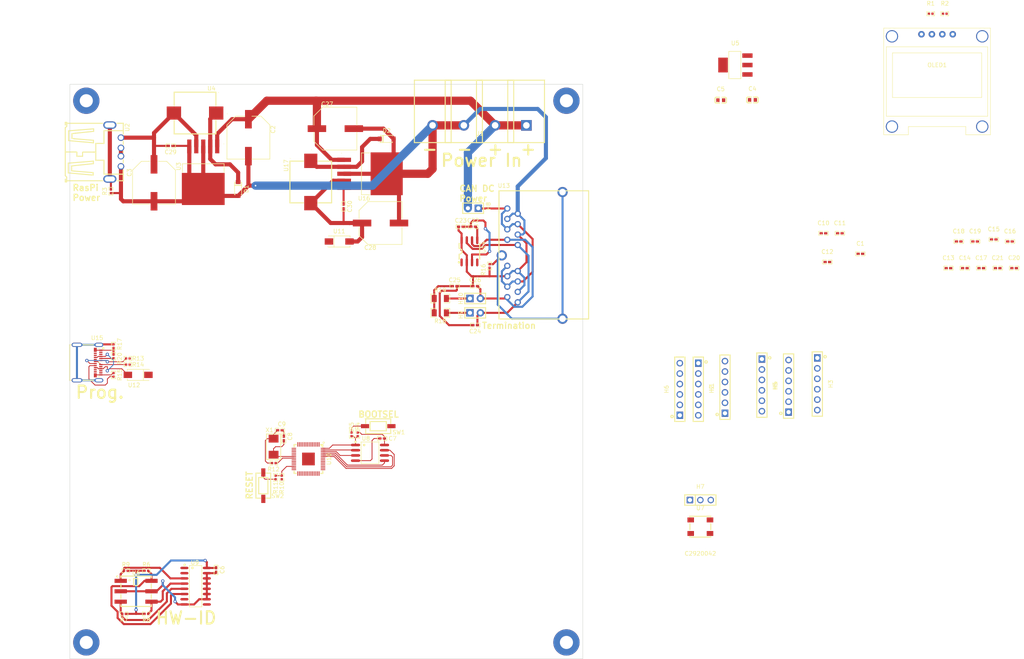
<source format=kicad_pcb>
(kicad_pcb (version 20221018) (generator pcbnew)
  (title_block (title "Dispensy Mainboard") (date "2024-01-12") (rev "0") (company "DrinkRobotics") (comment 1 "https://git.xythobuz.de/thomas/Dispensy") (comment 3 "PCB Thickness: 1mm") (comment 4 "DRAFT DRAFT DRAFT DRAFT DRAFT"))
  (layers (0 "F.Cu" signal) (31 "B.Cu" signal) (34 "B.Paste" user) (35 "F.Paste" user) (36 "B.SilkS" user "B.Silkscreen") (37 "F.SilkS" user "F.Silkscreen") (38 "B.Mask" user) (39 "F.Mask" user) (44 "Edge.Cuts" user))
  (net 0 "")
  (net 1 "GND")
  (net 2 "+3.3V")
  (net 3 "+VDC")
  (net 4 "/External PSU/Vout")
  (net 5 "+5V")
  (net 6 "Net-(U10-XIN)")
  (net 7 "Net-(X1-OSC2)")
  (net 8 "+1V1")
  (net 9 "Net-(U14-CANH)")
  (net 10 "Net-(C25-Pad1)")
  (net 11 "Net-(U14-CANL)")
  (net 12 "/RP2040/5V PSU/Vout")
  (net 13 "Net-(U3-OUT)")
  (net 14 "Net-(U16-OUT)")
  (net 15 "/RP2040/ADC3")
  (net 16 "/RP2040/ADC2")
  (net 17 "/RP2040/ADC1")
  (net 18 "/RP2040/ADC0")
  (net 19 "/RP2040/IO3")
  (net 20 "/RP2040/IO2")
  (net 21 "/RP2040/IO1")
  (net 22 "/RP2040/IO0")
  (net 23 "/RP2040/IO7")
  (net 24 "/RP2040/IO6")
  (net 25 "/RP2040/IO5")
  (net 26 "/RP2040/IO4")
  (net 27 "/RP2040/IO11")
  (net 28 "/RP2040/IO10")
  (net 29 "/RP2040/IO9")
  (net 30 "/RP2040/IO8")
  (net 31 "/RP2040/IO15")
  (net 32 "/RP2040/IO14")
  (net 33 "/RP2040/IO13")
  (net 34 "/RP2040/IO12")
  (net 35 "/RP2040/Debug_Rx")
  (net 36 "/RP2040/Debug_Tx")
  (net 37 "/RP2040/Debug_Data")
  (net 38 "/RP2040/Debug_Clock")
  (net 39 "Net-(U7-DO)")
  (net 40 "Net-(H8-Pad1)")
  (net 41 "Net-(H9-Pad1)")
  (net 42 "Net-(H10-Pad1)")
  (net 43 "/RP2040/I2C_SCL")
  (net 44 "/RP2040/I2C_SDA")
  (net 45 "Net-(U2-SH1)")
  (net 46 "/RP2040/SPI_FLASH.SS")
  (net 47 "Net-(R5-Pad1)")
  (net 48 "Net-(U9-D7)")
  (net 49 "Net-(U9-D6)")
  (net 50 "Net-(U9-D5)")
  (net 51 "Net-(U9-D4)")
  (net 52 "Net-(U10-RUN)")
  (net 53 "Net-(R11-Pad2)")
  (net 54 "Net-(U10-XOUT)")
  (net 55 "/RP2040/USBC.DP")
  (net 56 "Net-(U10-USB_DP)")
  (net 57 "/RP2040/USBC.DM")
  (net 58 "Net-(U10-USB_DM)")
  (net 59 "Net-(U15-CC2)")
  (net 60 "Net-(R16-Pad1)")
  (net 61 "/RP2040/USBC.SHIELD")
  (net 62 "Net-(U15-CC1)")
  (net 63 "Net-(U2-D+)")
  (net 64 "/RP2040/LED_Din")
  (net 65 "/RP2040/SPI_FLASH.SD1")
  (net 66 "/RP2040/SPI_FLASH.SD2")
  (net 67 "/RP2040/SPI_FLASH.SD3")
  (net 68 "/RP2040/SPI_FLASH.SCLK")
  (net 69 "/RP2040/SPI_FLASH.SD0")
  (net 70 "/RP2040/SR_Load")
  (net 71 "/RP2040/SR_Clock")
  (net 73 "/RP2040/SR_Data")
  (net 74 "Net-(U10-GPIO24)")
  (net 75 "Net-(U10-GPIO25)")
  (net 76 "/RP2040/USBC.VBUS")
  (footprint "jlc_footprints:HDR-TH_3P-P2.54-V-F" (layer "F.Cu") (at 188.5 136)
    (fp_text reference "H7")
    (fp_text value "WS2812")
  )
  (footprint "jlc_footprints:C0402" (layer "F.Cu") (at 248.954915 79.5)
    (fp_text reference "C13")
    (fp_text value "1uF")
  )
  (footprint "jlc_footprints:R1206" (layer "F.Cu") (at 125.12987 86.890145)
    (fp_text reference "R19")
    (fp_text value "60R4")
  )
  (footprint "jlc_footprints:TO-263-5_L10.6-W9.6-P1.70-LS15.9-BR" (layer "F.Cu") (at 67.36536 55.016638 90)
    (fp_text reference "U3")
    (fp_text value "LM2576S-5_0_TR")
  )
  (footprint "jlc_footprints:R0402" (layer "F.Cu") (at 86.5 130.5 -90)
    (fp_text reference "R10")
    (fp_text value "10K")
  )
  (footprint "jlc_footprints:CAP-SMD_BD10.0-L10.3-W10.3-FD" (layer "F.Cu") (at 99.565386 45.5)
    (fp_text reference "C27")
    (fp_text value "100uF")
  )
  (footprint "jlc_footprints:HDR-TH_6P-P2.54-V-F" (layer "F.Cu") (at 203.5 108 -90)
    (fp_text reference "H4")
    (fp_text value "IO_C")
  )
  (footprint "jlc_footprints:CONN-TH_4P-P7.62_L15.2-W31.7-EX4.2" (layer "F.Cu") (at 134.675368 44.700026 180)
    (fp_text reference "U1")
    (fp_text value "DBT50G-7_62-4P")
  )
  (footprint "jlc_footprints:R0402" (layer "F.Cu") (at 49 103 180)
    (fp_text reference "R14")
    (fp_text value "27R4")
  )
  (footprint "jlc_footprints:RJ45-TH_DS1129-05-S80BP-X" (layer "F.Cu") (at 147.515373 76.390145 90)
    (fp_text reference "U13")
    (fp_text value "CAN_IO")
  )
  (footprint "jlc_footprints:SOD-123_L2.8-W1.8-LS3.7-RD" (layer "F.Cu") (at 112.065386 48)
    (fp_text reference "D2")
    (fp_text value "MBR340F")
  )
  (footprint "jlc_footprints:C0402" (layer "F.Cu") (at 130.12987 69.390145 180)
    (fp_text reference "C23")
    (fp_text value "47nF")
  )
  (footprint "jlc_footprints:C0402" (layer "F.Cu") (at 222.5 71)
    (fp_text reference "C11")
    (fp_text value "100nF")
  )
  (footprint "jlc_footprints:CAP-SMD_BD10.0-L10.3-W10.3-FD" (layer "F.Cu") (at 78.36536 47.700026 -90)
    (fp_text reference "C2")
    (fp_text value "100uF")
  )
  (footprint "jlc_footprints:R0402" (layer "F.Cu") (at 53.5 153.235585)
    (fp_text reference "R6")
    (fp_text value "10K")
  )
  (footprint "jlc_footprints:C0402" (layer "F.Cu") (at 227.5 76)
    (fp_text reference "C1")
    (fp_text value "100nF")
  )
  (footprint "jlc_footprints:R0402" (layer "F.Cu") (at 49 101.5 180)
    (fp_text reference "R13")
    (fp_text value "27R4")
  )
  (footprint "jlc_footprints:C0402" (layer "F.Cu") (at 260.954915 79.5)
    (fp_text reference "C21")
    (fp_text value "100nF")
  )
  (footprint "jlc_footprints:C0402" (layer "F.Cu") (at 133.62987 83.890145)
    (fp_text reference "C26")
    (fp_text value "100pF")
  )
  (footprint "jlc_footprints:HDR-TH_6P-P2.54-V-F" (layer "F.Cu") (at 183.5 109 90)
    (fp_text reference "H6")
    (fp_text value "Debug")
  )
  (footprint "jlc_footprints:C0402" (layer "F.Cu") (at 263.954915 73)
    (fp_text reference "C16")
    (fp_text value "100nF")
  )
  (footprint "jlc_footprints:SOIC-8_L5.0-W4.0-P1.27-LS6.0-BL" (layer "F.Cu") (at 132.224866 75.390145)
    (fp_text reference "U14")
    (fp_text value "TJA1042T_3_1J")
  )
  (footprint "jlc_footprints:LED-SMD_4P-L5.0-W5.0-LS5.4-TL-1" (layer "F.Cu") (at 188.5 142.5)
    (fp_text reference "U7")
    (fp_text value "WS2812E-V5")
  )
  (footprint "MountingHole:MountingHole_3.2mm_M3_Pad_TopBottom" (layer "F.Cu") (at 155.86536 38.700026)
    (fp_text reference "H12" hide)
    (fp_text value "MountingHole" hide)
  )
  (footprint "jlc_footprints:HDR-TH_6P-P2.54-V-F" (layer "F.Cu") (at 194.5 108.5 90)
    (fp_text reference "H1")
    (fp_text value "IO_ADC")
  )
  (footprint "jlc_footprints:R0402" (layer "F.Cu") (at 44.86536 60.767209 90)
    (fp_text reference "R3")
    (fp_text value "1M")
  )
  (footprint "jlc_footprints:C0402" (layer "F.Cu") (at 110.954788 121 180)
    (fp_text reference "C7")
    (fp_text value "100nF")
  )
  (footprint "jlc_footprints:C0402" (layer "F.Cu") (at 86.044958 119 180)
    (fp_text reference "C9")
    (fp_text value "27p")
  )
  (footprint "jlc_footprints:HDR-TH_2P-P2.54-V-M-1" (layer "F.Cu") (at 133.12987 64.890145 180)
    (fp_text reference "H8")
    (fp_text value "PWR")
  )
  (footprint "jlc_footprints:HDR-TH_6P-P2.54-V-F" (layer "F.Cu") (at 188 109 -90)
    (fp_text reference "H2")
    (fp_text value "IO_A")
  )
  (footprint "jlc_footprints:R0402" (layer "F.Cu") (at 244.634366 17.5)
    (fp_text reference "R1")
    (fp_text value "10K")
  )
  (footprint "jlc_footprints:R0402" (layer "F.Cu") (at 45.5 101 90)
    (fp_text reference "R20")
    (fp_text value "5K1")
  )
  (footprint "jlc_footprints:C0402" (layer "F.Cu") (at 251.454915 73)
    (fp_text reference "C18")
    (fp_text value "100nF")
  )
  (footprint "jlc_footprints:USB-C-SMD_TYPE-C-USB-18" (layer "F.Cu") (at 39.5 102.5 -90)
    (fp_text reference "U15")
    (fp_text value "USB-C")
  )
  (footprint "jlc_footprints:C0402" (layer "F.Cu") (at 219.454915 78)
    (fp_text reference "C12")
    (fp_text value "1uF")
  )
  (footprint "jlc_footprints:OSC-SMD_2P-L5.0-W3.2" (layer "F.Cu") (at 84.499873 123 90)
    (fp_text reference "X1")
    (fp_text value "12MHz")
  )
  (footprint "jlc_footprints:SW-SMD_L6.1-W3.6-LS6.6" (layer "F.Cu") (at 109.999873 118)
    (fp_text reference "SW1")
    (fp_text value "BOOTSEL")
  )
  (footprint "MountingHole:MountingHole_3.2mm_M3_Pad_TopBottom" (layer "F.Cu") (at 38.86536 38.700026)
    (fp_text reference "H11" hide)
    (fp_text value "MountingHole" hide)
  )
  (footprint "jlc_footprints:TO-263-5_L10.6-W9.6-P1.70-LS15.9-BR" (layer "F.Cu") (at 106.881998 56.5 180)
    (fp_text reference "U16")
    (fp_text value "LM2576S-5_0_TR")
  )
  (footprint "jlc_footprints:R0402" (layer "F.Cu") (at 85 130.5 -90)
    (fp_text reference "R11")
    (fp_text value "1K")
  )
  (footprint "jlc_footprints:R0402" (layer "F.Cu") (at 84.567056 127)
    (fp_text reference "R12")
    (fp_text value "1K")
  )
  (footprint "jlc_footprints:HDR-TH_6P-P2.54-V-F" (layer "F.Cu") (at 217 107.729997 -90)
    (fp_text reference "H3")
    (fp_text value "IO_B")
  )
  (footprint "jlc_footprints:SW-SMD_L6.1-W3.6-LS6.6" (layer "F.Cu") (at 82 132.5 -90)
    (fp_text reference "SW2")
    (fp_text value "RESET")
  )
  (footprint "jlc_footprints:R0402" (layer "F.Cu") (at 45.5 98.5 -90)
    (fp_text reference "R17")
    (fp_text value "1M")
  )
  (footprint "jlc_footprints:R0402" (layer "F.Cu") (at 104.999873 120 -90)
    (fp_text reference "R4")
    (fp_text value "10K")
  )
  (footprint "jlc_footprints:R0402" (layer "F.Cu") (at 45.5 105.5 90)
    (fp_text reference "R15")
    (fp_text value "5K1")
  )
  (footprint "jlc_footprints:C0402" (layer "F.Cu") (at 264.954915 79.5)
    (fp_text reference "C20")
    (fp_text value "100nF")
  )
  (footprint "jlc_footprints:SOIC-8_L5.3-W5.3-P1.27-LS8.0-BL" (layer "F.Cu") (at 107.999873 124.5 -90)
    (fp_text reference "U8")
    (fp_text value "W25Q128JVSIQ")
  )
  (footprint "jlc_footprints:C0402" (layer "F.Cu") (at 133.62987 93.390145 180)
    (fp_text reference "C24")
    (fp_text value "100pF")
  )
  (footprint "jlc_footprints:SOT-223-3_L6.5-W3.4-P2.30-LS7.0-BR" (layer "F.Cu") (at 197 30)
    (fp_text reference "U5")
    (fp_text value "NCP1117ST33T3G")
  )
  (footprint "jlc_footprints:SMA_L4.4-W2.8-LS5.4-R-RD" (layer "F.Cu") (at 100.5 73)
    (fp_text reference "U11")
    (fp_text value "SS54_C22452")
  )
  (footprint "MountingHole:MountingHole_3.2mm_M3_Pad_TopBottom" (layer "F.Cu") (at 155.86536 170.700026)
    (fp_text reference "H14" hide)
    (fp_text value "MountingHole" hide)
  )
  (footprint "jlc_footprints:CAP-SMD_BD10.0-L10.3-W10.3-LS11.3-FD" (layer "F.Cu") (at 55.36536 58.700026 -90)
    (fp_text reference "C3")
    (fp_text value "1000uF")
  )
  (footprint "jlc_footprints:CAP-SMD_BD10.0-L10.3-W10.3-LS11.3-FD" (layer "F.Cu") (at 110.565386 68.5)
    (fp_text reference "C28")
    (fp_text value "1000uF")
  )
  (footprint "jlc_footprints:C0402" (layer "F.Cu") (at 218.5 71)
    (fp_text reference "C10")
    (fp_text value "100nF")
  )
  (footprint "jlc_footprints:C0603" (layer "F.Cu") (at 193.469901 38.569977)
    (fp_text reference "C5")
    (fp_text value "10uF")
  )
  (footprint "jlc_footprints:C0402" (layer "F.Cu") (at 255.454915 73)
    (fp_text reference "C19")
    (fp_text value "100nF")
  )
  (footprint "jlc_footprints:C0402" (layer "F.Cu") (at 260 72.5)
    (fp_text reference "C15")
    (fp_text value "100nF")
  )
  (footprint "jlc_footprints:R0402" (layer "F.Cu") (at 137.12987 78.957328 -90)
    (fp_text reference "R16")
    (fp_text value "1M")
  )
  (footprint "jlc_footprints:SMA_L4.4-W2.8-LS5.4-R-RD" (layer "F.Cu") (at 51.5 105.5 180)
    (fp_text reference "U12")
    (fp_text value "SS54_C22452")
  )
  (footprint "jlc_footprints:R0402" (layer "F.Cu") (at 103.499873 120 -90)
    (fp_text reference "R5")
    (fp_text value "1K")
  )
  (footprint "jlc_footprints:SW-SMD_SM_SKCR-16S" (layer "F.Cu") (at 51 158.235585 90)
    (fp_text reference "U6")
    (fp_text value "SKCR-16S")
  )
  (footprint "jlc_footprints:C0603" (layer "F.Cu") (at 201.200025 38.5)
    (fp_text reference "C4")
    (fp_text value "10uF")
  )
  (footprint "jlc_footprints:C0402" (layer "F.Cu") (at 128.62987 83.890145)
    (fp_text reference "C25")
    (fp_text value "4.7nF")
  )
  (footprint "jlc_footprints:C0402" (layer "F.Cu") (at 252.954915 79.5)
    (fp_text reference "C14")
    (fp_text value "100nF")
  )
  (footprint "jlc_footprints:R1206" (layer "F.Cu") (at 125.12987 90.390145 180)
    (fp_text reference "R18")
    (fp_text value "60R4")
  )
  (footprint "jlc_footprints:USB-A-TH_USB-302-T" (layer "F.Cu") (at 45.956673 51.200026 -90)
    (fp_text reference "U2")
    (fp_text value "USB-A")
  )
  (footprint "jlc_footprints:C0402" (layer "F.Cu") (at 70.5 153.045085 90)
    (fp_text reference "C6")
    (fp_text value "100nF")
  )
  (footprint "jlc_footprints:SOIC-16_L9.9-W3.9-P1.27-LS6.0-BL" (layer "F.Cu") (at 65.5 157 -90)
    (fp_text reference "U9")
    (fp_text value "74HC165D,653")
  )
  (footprint "jlc_footprints:R0402" (layer "F.Cu") (at 248.067183 17.5)
    (fp_text reference "R2")
    (fp_text value "10K")
  )
  (footprint "MountingHole:MountingHole_3.2mm_M3_Pad_TopBottom" (layer "F.Cu") (at 38.86536 170.700026)
    (fp_text reference "H13" hide)
    (fp_text value "MountingHole" hide)
  )
  (footprint "jlc_footprints:SOD-123_L2.8-W1.8-LS3.7-RD" (layer "F.Cu") (at 75.86536 60.200026 -90)
    (fp_text reference "D1")
    (fp_text value "MBR340F")
  )
  (footprint "jlc_footprints:IND-SMD_L11.5-W10.0_YSPI1050" (layer "F.Cu") (at 93.565386 58.5 -90)
    (fp_text reference "U17")
    (fp_text value "100uH")
  )
  (footprint "jlc_footprints:LQFN-56_L7.0-W7.0-P0.4-EP" (layer "F.Cu") (at 92.999873 126 -90)
    (fp_text reference "U10")
    (fp_text value "RP2040")
  )
  (footprint "jlc_footprints:HDR-TH_6P-P2.54-V-F" (layer "F.Cu") (at 210 108.229997 90)
    (fp_text reference "H5")
    (fp_text value "IO_D")
  )
  (footprint "jlc_footprints:IND-SMD_L11.5-W10.0_YSPI1050" (layer "F.Cu") (at 65.36536 41.700026 180)
    (fp_text reference "U4")
    (fp_text value "100uH")
  )
  (footprint "jlc_footprints:R0402" (layer "F.Cu") (at 53.5 163.735585)
    (fp_text reference "R8")
    (fp_text value "10K")
  )
  (footprint "jlc_footprints:C0402" (layer "F.Cu") (at 86.999873 121 -90)
    (fp_text reference "C8")
    (fp_text value "27p")
  )
  (footprint "jlc_footprints:C0402" (layer "F.Cu") (at 59.410445 49.700026 180)
    (fp_text reference "C29")
    (fp_text value "100nF")
  )
  (footprint "jlc_footprints:R0402" (layer "F.Cu") (at 48.5 153.235585 180)
    (fp_text reference "R9")
    (fp_text value "10K")
  )
  (footprint "extern:SSD1306_0.96_Oled" (layer "F.Cu") (at 233.19 47)
    (fp_text reference "OLED1")
    (fp_text value "SSD1306")
  )
  (footprint "jlc_footprints:C0402" (layer "F.Cu") (at 133.12987 69.390145)
    (fp_text reference "C22")
    (fp_text value "100nF")
  )
  (footprint "jlc_footprints:C0402" (layer "F.Cu") (at 256.954915 79.5)
    (fp_text reference "C17")
    (fp_text value "100nF")
  )
  (footprint "jlc_footprints:HDR-TH_2P-P2.54-V-M-1" (layer "F.Cu") (at 133.62987 86.890145)
    (fp_text reference "H10")
    (fp_text value "T_CL")
  )
  (footprint "jlc_footprints:R0402" (layer "F.Cu") (at 48.067183 163.735585 180)
    (fp_text reference "R7")
    (fp_text value "10K")
  )
  (footprint "jlc_footprints:HDR-TH_2P-P2.54-V-M-1" (layer "F.Cu") (at 133.62987 90.390145)
    (fp_text reference "H9")
    (fp_text value "T_CH")
  )
  (footprint "jlc_footprints:C0402" (layer "F.Cu") (at 101.565386 64.454915 -90)
    (fp_text reference "C30")
    (fp_text value "100nF")
  )
  (gr_rect (start 34.86536 34.700026) (end 159.86536 174.700026) (stroke (width 0.1)) (fill none) (layer "Edge.Cuts"))
  (gr_text "BOOTSEL" (at 104.999873 116) (layer "F.SilkS") (effects (font (size 1.5 1.5) (thickness 0.3) bold) (justify left bottom)))
  (gr_text "Power In" (at 125 55) (layer "F.SilkS") (effects (font (size 3 3) (thickness 0.5) bold) (justify left bottom)))
  (gr_text "-" (at 120.36536 52.200026) (layer "F.SilkS") (effects (font (size 3 3) (thickness 0.5) bold) (justify left bottom)))
  (gr_text "Termination" (at 135.12987 94.390145) (layer "F.SilkS") (effects (font (size 1.5 1.5) (thickness 0.3) bold) (justify left bottom)))
  (gr_text "+" (at 136.36536 52.200026) (layer "F.SilkS") (effects (font (size 3 3) (thickness 0.5) bold) (justify left bottom)))
  (gr_text "RasPi\nPower" (at 35.36536 63.200026) (layer "F.SilkS") (effects (font (size 1.5 1.5) (thickness 0.3) bold) (justify left bottom)))
  (gr_text "HW-ID" (at 55.5 166.5) (layer "F.SilkS") (effects (font (size 3 3) (thickness 0.5) bold) (justify left bottom)))
  (gr_text "Prog." (at 36 111.5) (layer "F.SilkS") (effects (font (size 3 3) (thickness 0.5) bold) (justify left bottom)))
  (gr_text "+" (at 144.36536 52.200026) (layer "F.SilkS") (effects (font (size 3 3) (thickness 0.5) bold) (justify left bottom)))
  (gr_text "RESET" (at 79.5 136 90) (layer "F.SilkS") (effects (font (size 1.5 1.5) (thickness 0.3) bold) (justify left bottom)))
  (gr_text "CAN DC\nPower" (at 129.62987 63.390145) (layer "F.SilkS") (effects (font (size 1.5 1.5) (thickness 0.3) bold) (justify left bottom)))
  (gr_text "-" (at 128.86536 52.200026) (layer "F.SilkS") (effects (font (size 3 3) (thickness 0.5) bold) (justify left bottom)))
  (segment (start 78.36536 59.392431) (end 75.86536 61.892431) (width 1) (layer "F.Cu") (net 1))
  (segment (start 75.86536 61.892431) (end 69.057765 61.892431) (width 1) (layer "F.Cu") (net 1))
  (segment (start 68.235585 157.635001) (end 68.235585 156.364999) (width 0.5) (layer "F.Cu") (net 1))
  (segment (start 67.36536 49.83325) (end 67.36536 60.200026) (width 1) (layer "F.Cu") (net 1))
  (segment (start 45.5 98.932817) (end 45.5 99.5) (width 0.5) (layer "F.Cu") (net 1))
  (segment (start 44.929998 105.5) (end 45.362815 105.067183) (width 0.2) (layer "F.Cu") (net 1))
  (segment (start 133.084785 83.890145) (end 133.084785 81.515113) (width 0.5) (layer "F.Cu") (net 1))
  (segment (start 57.5 155.735585) (end 57.5 156.735585) (width 0.5) (layer "F.Cu") (net 1))
  (segment (start 47.865233 63.199899) (end 55.36536 63.199899) (width 1) (layer "F.Cu") (net 1))
  (segment (start 113.757791 54.807595) (end 112.065386 56.5) (width 1) (layer "F.Cu") (net 1))
  (segment (start 115.065259 68.5) (end 115.065259 59.499873) (width 1) (layer "F.Cu") (net 1))
  (segment (start 108.499873 121.5) (end 108.999873 121) (width 0.2) (layer "F.Cu") (net 1))
  (segment (start 129 85) (end 129.174955 84.825045) (width 0.5) (layer "F.Cu") (net 1))
  (segment (start 125.5 85) (end 129 85) (width 0.5) (layer "F.Cu") (net 1))
  (segment (start 108.499873 126) (end 108.499873 121.5) (width 0.2) (layer "F.Cu") (net 1))
  (segment (start 144.000362 80.200026) (end 146.12987 78.070518) (width 0.5) (layer "F.Cu") (net 1))
  (segment (start 64.365487 63.199899) (end 67.36536 60.200026) (width 1) (layer "F.Cu") (net 1))
  (segment (start 86.590043 119) (end 86.999873 119.40983) (width 0.2) (layer "F.Cu") (net 1))
  (segment (start 131.589865 80.35014) (end 132.709753 81.470028) (width 0.5) (layer "F.Cu") (net 1))
  (segment (start 108.665335 59.900051) (end 112.065386 56.5) (width 1) (layer "F.Cu") (net 1))
  (segment (start 68.235585 158.905004) (end 68.235585 157.635001) (width 0.5) (layer "F.Cu") (net 1))
  (segment (start 42.409957 99.5) (end 41.16002 99.5) (width 0.2) (layer "F.Cu") (net 1))
  (segment (start 125 85.5) (end 125.5 85) (width 0.5) (layer "F.Cu") (net 1))
  (segment (start 41.16002 105.5) (end 41.059944 105.600076) (width 0.2) (layer "F.Cu") (net 1))
  (segment (start 113.757791 48) (end 113.757791 54.807595) (width 1) (layer "F.Cu") (net 1))
  (segment (start 45.362815 105.067183) (end 45.5 105.067183) (width 0.2) (layer "F.Cu") (net 1))
  (segment (start 127.254394 93.390145) (end 125 91.135751) (width 0.5) (layer "F.Cu") (net 1))
  (segment (start 70.265176 153.824994) (end 70.5 153.59017) (width 0.5) (layer "F.Cu") (net 1))
  (segment (start 45.5 99.5) (end 45.5 100.567183) (width 0.5) (layer "F.Cu") (net 1))
  (segment (start 69.057765 61.892431) (end 67.36536 60.200026) (width 1) (layer "F.Cu") (net 1))
  (segment (start 137.12987 79.390145) (end 137.12987 81.470028) (width 0.5) (layer "F.Cu") (net 1))
  (segment (start 78.36536 52.199899) (end 78.36536 59.392431) (width 1) (layer "F.Cu") (net 1))
  (segment (start 104.065259 45.5) (end 111.257791 45.5) (width 1) (layer "F.Cu") (net 1))
  (segment (start 68.235585 160.175006) (end 68.235585 158.905004) (width 0.5) (layer "F.Cu") (net 1))
  (segment (start 65.11557 161.445009) (end 62.764415 161.445009) (width 0.5) (layer "F.Cu") (net 1))
  (segment (start 42.409957 99.5) (end 45.5 99.5) (width 0.2) (layer "F.Cu") (net 1))
  (segment (start 130.86536 44.700026) (end 123.245345 44.700026) (width 2) (layer "F.Cu") (net 1))
  (segment (start 101.69861 56.5) (end 112.065386 56.5) (width 1) (layer "F.Cu") (net 1))
  (segment (start 130.319862 71.080137) (end 129.584785 70.34506) (width 0.5) (layer "F.Cu") (net 1))
  (segment (start 57.5 156.735585) (end 56 158.235585) (width 0.5) (layer "F.Cu") (net 1))
  (segment (start 63.965309 49.83325) (end 63.965309 56.799975) (width 1) (layer "F.Cu") (net 1))
  (segment (start 108.094869 126.405004) (end 108.499873 126) (width 0.2) (layer "F.Cu") (net 1))
  (segment (start 115.065259 59.499873) (end 112.065386 56.5) (width 1) (layer "F.Cu") (net 1))
  (segment (start 47.311639 61.200026) (end 47.311639 62.646305) (width 1) (layer "F.Cu") (net 1))
  (segment (start 131.589865 76.35014) (end 130.319862 75.080137) (width 0.5) (layer "F.Cu") (net 1))
  (segment (start 129.174955 84.825045) (end 129.174955 83.890145) (width 0.5) (layer "F.Cu") (net 1))
  (segment (start 108.999873 121) (end 110.409703 121) (width 0.2) (layer "F.Cu") (net 1))
  (segment (start 122.065386 56.5) (end 112.065386 56.5) (width 2) (layer "F.Cu") (net 1))
  (segment (start 41.16002 99.5) (end 41.059944 99.399924) (width 0.2) (layer "F.Cu") (net 1))
  (segment (start 42.409957 105.5) (end 41.16002 105.5) (width 0.2) (layer "F.Cu") (net 1))
  (segment (start 68.235585 160.175006) (end 66.385573 160.175006) (width 0.5) (layer "F.Cu") (net 1))
  (segment (start 125 91.135751) (end 125 85.5) (width 0.5) (layer "F.Cu") (net 1))
  (segment (start 123.245345 44.700026) (end 123.245345 55.320041) (width 2) (layer "F.Cu") (net 1))
  (segment (start 42.409957 105.5) (end 44.929998 105.5) (width 0.2) (layer "F.Cu") (net 1))
  (segment (start 55.36536 63.199899) (end 64.365487 63.199899) (width 1) (layer "F.Cu") (net 1))
  (segment (start 68.235585 153.824994) (end 68.235585 155.094996) (width 0.5) (layer "F.Cu") (net 1))
  (segment (start 68.235585 153.824994) (end 70.265176 153.824994) (width 0.5) (layer "F.Cu") (net 1))
  (segment (start 146.12987 73.439516) (end 144.000362 71.310008) (width 0.5) (layer "F.Cu") (net 1))
  (segment (start 130.319862 75.080137) (end 130.319862 72.68504) (width 0.5) (layer "F.Cu") (net 1))
  (segment (start 133.084785 93.390145) (end 127.254394 93.390145) (width 0.5) (layer "F.Cu") (net 1))
  (segment (start 63.965309 56.799975) (end 67.36536 60.200026) (width 1) (layer "F.Cu") (net 1))
  (segment (start 61.209424 161.445009) (end 60.5 160.735585) (width 0.5) (layer "F.Cu") (net 1))
  (segment (start 47.311639 54.700153) (end 47.311639 61.200026) (width 1) (layer "F.Cu") (net 1))
  (segment (start 133.12987 81.470028) (end 137.12987 81.470028) (width 0.5) (layer "F.Cu") (net 1))
  (segment (start 146.12987 78.070518) (end 146.12987 73.439516) (width 0.5) (layer "F.Cu") (net 1))
  (segment (start 59.95553 49.700026) (end 63.832085 49.700026) (width 0.5) (layer "F.Cu") (net 1))
  (segment (start 104.469774 126.405004) (end 108.094869 126.405004) (width 0.2) (layer "F.Cu") (net 1))
  (segment (start 129.584785 69.390145) (end 129.584785 70.34506) (width 0.5) (layer "F.Cu") (net 1))
  (segment (start 56 158.235585) (end 54.750064 158.235585) (width 0.5) (layer "F.Cu") (net 1))
  (segment (start 101.565386 60.033275) (end 101.69861 59.900051) (width 0.5) (layer "F.Cu") (net 1))
  (segment (start 101.69861 59.900051) (end 108.665335 59.900051) (width 1) (layer "F.Cu") (net 1))
  (segment (start 130.319862 72.68504) (end 130.319862 71.080137) (width 0.5) (layer "F.Cu") (net 1))
  (segment (start 86.999873 119.40983) (end 86.999873 120.454915) (width 0.2) (layer "F.Cu") (net 1))
  (segment (start 47.311639 62.646305) (end 47.865233 63.199899) (width 1) (layer "F.Cu") (net 1))
  (segment (start 44.86536 61.200026) (end 47.311639 61.200026) (width 0.5) (layer "F.Cu") (net 1))
  (segment (start 123.245345 55.320041) (end 122.065386 56.5) (width 2) (layer "F.Cu") (net 1))
  (segment (start 47.249936 158.235585) (end 54.750064 158.235585) (width 0.5) (layer "F.Cu") (net 1))
  (segment (start 62.764415 161.445009) (end 61.209424 161.445009) (width 0.5) (layer "F.Cu") (net 1))
  (segment (start 137.12987 81.470028) (end 141.460356 81.470028) (width 0.5) (layer "F.Cu") (net 1))
  (segment (start 111.257791 45.5) (end 113.757791 48) (width 1) (layer "F.Cu") (net 1))
  (segment (start 132.709753 81.470028) (end 133.12987 81.470028) (width 0.5) (layer "F.Cu") (net 1))
  (segment (start 66.385573 160.175006) (end 65.11557 161.445009) (width 0.5) (layer "F.Cu") (net 1))
  (segment (start 101.565386 63.90983) (end 101.565386 60.033275) (width 0.5) (layer "F.Cu") (net 1))
  (segment (start 133.084785 83.890145) (end 129.174955 83.890145) (width 0.5) (layer "F.Cu") (net 1))
  (segment (start 63.832085 49.700026) (end 63.965309 49.83325) (width 0.5) (layer "F.Cu") (net 1))
  (segment (start 78.36536 59.392431) (end 80.107569 59.392431) (width 1) (layer "F.Cu") (net 1))
  (segment (start 131.589865 78.09525) (end 131.589865 76.35014) (width 0.5) (layer "F.Cu") (net 1))
  (segment (start 131.589865 78.09525) (end 131.589865 80.35014) (width 0.5) (layer "F.Cu") (net 1))
  (segment (start 133.084785 81.515113) (end 133.12987 81.470028) (width 0.5) (layer "F.Cu") (net 1))
  (segment (start 68.235585 156.364999) (end 68.235585 155.094996) (width 0.5) (layer "F.Cu") (net 1))
  (via (at 60.5 160.735585) (size 0.8) (drill 0.4) (layers "F.Cu" "B.Cu") (net 1))
  (via (at 80.107569 59.392431) (size 0.8) (drill 0.4) (layers "F.Cu" "B.Cu") (net 1))
  (via (at 57.5 155.735585) (size 0.8) (drill 0.4) (layers "F.Cu" "B.Cu") (net 1))
  (segment (start 108.55294 59.392431) (end 123.245345 44.700026) (width 2) (layer "B.Cu") (net 1))
  (segment (start 145.62987 81.829534) (end 144.000362 80.200026) (width 0.5) (layer "B.Cu") (net 1))
  (segment (start 142.730358 80.200026) (end 141.460356 81.470028) (width 0.5) (layer "B.Cu") (net 1))
  (segment (start 57.5 156.735585) (end 57.5 155.735585) (width 0.5) (layer "B.Cu") (net 1))
  (segment (start 145.62987 83.650528) (end 145.62987 81.829534) (width 0.5) (layer "B.Cu") (net 1))
  (segment (start 60.5 159.735585) (end 57.5 156.735585) (width 0.5) (layer "B.Cu") (net 1))
  (segment (start 144.000362 80.200026) (end 142.730358 80.200026) (width 0.5) (layer "B.Cu") (net 1))
  (segment (start 134.86536 40.700026) (end 130.86536 44.700026) (width 1) (layer "B.Cu") (net 1))
  (segment (start 144.000362 71.310008) (end 145.210007 71.310008) (width 0.5) (layer "B.Cu") (net 1))
  (segment (start 142.730358 66.229998) (end 141.460356 67.5) (width 0.5) (layer "B.Cu") (net 1))
  (segment (start 60.5 160.735585) (end 60.5 159.735585) (width 0.5) (layer "B.Cu") (net 1))
  (segment (start 145.62987 67.859506) (end 144.000362 66.229998) (width 0.5) (layer "B.Cu") (net 1))
  (segment (start 145.210007 71.310008) (end 145.62987 70.890145) (width 0.5) (layer "B.Cu") (net 1))
  (segment (start 80.107569 59.392431) (end 108.55294 59.392431) (width 2) (layer "B.Cu") (net 1))
  (segment (start 148.86536 40.700026) (end 134.86536 40.700026) (width 1) (layer "B.Cu") (net 1))
  (segment (start 144.000362 85.280036) (end 145.62987 83.650528) (width 0.5) (layer "B.Cu") (net 1))
  (segment (start 150.86536 52.700026) (end 150.86536 42.700026) (width 1) (layer "B.Cu") (net 1))
  (segment (start 150.86536 42.700026) (end 148.86536 40.700026) (width 1) (layer "B.Cu") (net 1))
  (segment (start 144.000362 66.229998) (end 142.730358 66.229998) (width 0.5) (layer "B.Cu") (net 1))
  (segment (start 145.62987 70.890145) (end 145.62987 67.859506) (width 0.5) (layer "B.Cu") (net 1))
  (segment (start 144.000362 59.565024) (end 150.86536 52.700026) (width 1) (layer "B.Cu") (net 1))
  (segment (start 144.000362 66.229998) (end 144.000362 59.565024) (width 1) (layer "B.Cu") (net 1))
  (segment (start 68.235585 152.554991) (end 70.445009 152.554991) (width 0.5) (layer "F.Cu") (net 2))
  (segment (start 111.499873 120.5) (end 110.999873 120) (width 0.2) (layer "F.Cu") (net 2))
  (segment (start 68.235585 151.146176) (end 67.824994 150.735585) (width 0.5) (layer "F.Cu") (net 2))
  (segment (start 111.529972 122.594996) (end 111.529972 121.030099) (width 0.2) (layer "F.Cu") (net 2))
  (segment (start 53.067183 163.735585) (end 51 163.735585) (width 0.5) (layer "F.Cu") (net 2))
  (segment (start 134.12987 69.84506) (end 133.674955 69.390145) (width 0.5) (layer "F.Cu") (net 2))
  (segment (start 134.12987 72.68504) (end 134.12987 69.84506) (width 0.5) (layer "F.Cu") (net 2))
  (segment (start 111.499873 121) (end 111.499873 120.5) (width 0.2) (layer "F.Cu") (net 2))
  (segment (start 111.529972 121.030099) (end 111.499873 121) (width 0.2) (layer "F.Cu") (net 2))
  (segment (start 51 163.735585) (end 48.5 163.735585) (width 0.5) (layer "F.Cu") (net 2))
  (segment (start 110.999873 120) (end 105.999873 120) (width 0.2) (layer "F.Cu") (net 2))
  (segment (start 51 162.735585) (end 51 163.735585) (width 0.5) (layer "F.Cu") (net 2))
  (segment (start 51 153.235585) (end 51 154.235585) (width 0.5) (layer "F.Cu") (net 2))
  (segment (start 70.445009 152.554991) (end 70.5 152.5) (width 0.5) (layer "F.Cu") (net 2))
  (segment (start 51 153.235585) (end 48.932817 153.235585) (width 0.5) (layer "F.Cu") (net 2))
  (segment (start 68.235585 152.554991) (end 68.235585 151.146176) (width 0.5) (layer "F.Cu") (net 2))
  (segment (start 105.567056 119.567183) (end 104.999873 119.567183) (width 0.2) (layer "F.Cu") (net 2))
  (segment (start 53.067183 153.235585) (end 51 153.235585) (width 0.5) (layer "F.Cu") (net 2))
  (segment (start 105.999873 120) (end 105.567056 119.567183) (width 0.2) (layer "F.Cu") (net 2))
  (via (at 51 154.235585) (size 0.8) (drill 0.4) (layers "F.Cu" "B.Cu") (net 2))
  (via (at 51 162.735585) (size 0.8) (drill 0.4) (layers "F.Cu" "B.Cu") (net 2))
  (via (at 67.824994 150.735585) (size 0.8) (drill 0.4) (layers "F.Cu" "B.Cu") (net 2))
  (segment (start 56 154.235585) (end 51 154.235585) (width 0.5) (layer "B.Cu") (net 2))
  (segment (start 59.5 150.735585) (end 56 154.235585) (width 0.5) (layer "B.Cu") (net 2))
  (segment (start 59.5 150.735585) (end 67.824994 150.735585) (width 0.5) (layer "B.Cu") (net 2))
  (segment (start 51 154.235585) (end 51 162.735585) (width 0.5) (layer "B.Cu") (net 2))
  (segment (start 74.365233 43.200153) (end 78.36536 43.200153) (width 1) (layer "F.Cu") (net 3))
  (segment (start 101.69861 53.099949) (end 98.665335 53.099949) (width 1) (layer "F.Cu") (net 3))
  (segment (start 82.865487 38.700026) (end 78.36536 43.200153) (width 2) (layer "F.Cu") (net 3))
  (segment (start 132.485376 38.700026) (end 94.86536 38.700026) (width 2) (layer "F.Cu") (net 3))
  (segment (start 98.665335 53.099949) (end 95.065513 49.500127) (width 1) (layer "F.Cu") (net 3))
  (segment (start 70.765411 49.83325) (end 70.765411 46.799975) (width 1) (layer "F.Cu") (net 3))
  (segment (start 138.485376 44.700026) (end 132.485376 38.700026) (width 2) (layer "F.Cu") (net 3))
  (segment (start 95.065513 38.900179) (end 95.065513 45.5) (width 2) (layer "F.Cu") (net 3))
  (segment (start 95.065513 49.500127) (end 95.065513 45.5) (width 1) (layer "F.Cu") (net 3))
  (segment (start 94.86536 38.700026) (end 82.865487 38.700026) (width 2) (layer "F.Cu") (net 3))
  (segment (start 94.86536 38.700026) (end 95.065513 38.900179) (width 2) (layer "F.Cu") (net 3))
  (segment (start 70.765411 46.799975) (end 74.365233 43.200153) (width 1) (layer "F.Cu") (net 3))
  (segment (start 138.485376 44.700026) (end 146.105391 44.700026) (width 2) (layer "F.Cu") (net 3))
  (segment (start 138.485376 44.700026) (end 131.859867 51.325535) (width 2) (layer "B.Cu") (net 3))
  (segment (start 131.859867 51.325535) (end 131.859867 64.890145) (width 2) (layer "B.Cu") (net 3))
  (segment (start 55.36536 49.700026) (end 55.36536 47.700026) (width 1) (layer "F.Cu") (net 4))
  (segment (start 65.665335 49.83325) (end 65.665335 47.150115) (width 1) (layer "F.Cu") (net 4))
  (segment (start 47.311639 47.700153) (end 55.365233 47.700153) (width 1) (layer "F.Cu") (net 4))
  (segment (start 65.665335 47.150115) (end 60.215246 41.700026) (width 1) (layer "F.Cu") (net 4))
  (segment (start 55.36536 46.549912) (end 60.215246 41.700026) (width 1) (layer "F.Cu") (net 4))
  (segment (start 55.36536 47.700026) (end 55.36536 46.549912) (width 1) (layer "F.Cu") (net 4))
  (segment (start 55.365233 47.700153) (end 55.36536 47.700026) (width 1) (layer "F.Cu") (net 4))
  (segment (start 55.36536 54.200153) (end 55.36536 49.700026) (width 1) (layer "F.Cu") (net 4))
  (segment (start 58.86536 49.700026) (end 55.36536 49.700026) (width 0.5) (layer "F.Cu") (net 4))
  (segment (start 133.12987 67.890145) (end 135.62987 67.890145) (width 0.5) (layer "F.Cu") (net 5))
  (segment (start 132.859867 76.160148) (end 136.359867 76.160148) (width 0.5) (layer "F.Cu") (net 5))
  (segment (start 130.674955 69.390145) (end 132.584785 69.390145) (width 0.5) (layer "F.Cu") (net 5))
  (segment (start 136.12987 68.390145) (end 136.12987 69.890145) (width 0.5) (layer "F.Cu") (net 5))
  (segment (start 136.359867 76.160148) (end 137.12987 75.390145) (width 0.5) (layer "F.Cu") (net 5))
  (segment (start 132.584785 68.43523) (end 133.12987 67.890145) (width 0.5) (layer "F.Cu") (net 5))
  (segment (start 132.584785 69.390145) (end 132.584785 68.43523) (width 0.5) (layer "F.Cu") (net 5))
  (segment (start 132.859867 78.09525) (end 132.859867 76.160148) (width 0.5) (layer "F.Cu") (net 5))
  (segment (start 135.62987 67.890145) (end 136.12987 68.390145) (width 0.5) (layer "F.Cu") (net 5))
  (via (at 137.12987 75.390145) (size 0.8) (drill 0.4) (layers "F.Cu" "B.Cu") (net 5))
  (via (at 136.12987 69.890145) (size 0.8) (drill 0.4) (layers "F.Cu" "B.Cu") (net 5))
  (segment (start 137.12987 75.390145) (end 137.12987 70.890145) (width 0.5) (layer "B.Cu") (net 5))
  (segment (start 137.12987 70.890145) (end 136.12987 69.890145) (width 0.5) (layer "B.Cu") (net 5))
  (segment (start 89.449835 125.400051) (end 84.949962 125.400051) (width 0.2) (layer "F.Cu") (net 6))
  (segment (start 86.499873 123) (end 86.999873 122.5) (width 0.2) (layer "F.Cu") (net 6))
  (segment (start 84.499873 123.5) (end 84.999873 123) (width 0.2) (layer "F.Cu") (net 6))
  (segment (start 86.999873 122.5) (end 86.999873 121.545085) (width 0.2) (layer "F.Cu") (net 6))
  (segment (start 84.949962 125.400051) (end 84.499873 124.949962) (width 0.2) (layer "F.Cu") (net 6))
  (segment (start 84.499873 124.949962) (end 84.499873 123.5) (width 0.2) (layer "F.Cu") (net 6))
  (segment (start 84.999873 123) (end 86.499873 123) (width 0.2) (layer "F.Cu") (net 6))
  (segment (start 82.999873 127) (end 82.499873 126.5) (width 0.2) (layer "F.Cu") (net 7))
  (segment (start 82.499873 121.5) (end 82.949835 121.050038) (width 0.2) (layer "F.Cu") (net 7))
  (segment (start 82.499873 126.5) (end 82.499873 121.5) (width 0.2) (layer "F.Cu") (net 7))
  (segment (start 84.134239 127) (end 82.999873 127) (width 0.2) (layer "F.Cu") (net 7))
  (segment (start 85.499873 119) (end 84.499873 120) (width 0.2) (layer "F.Cu") (net 7))
  (segment (start 84.499873 120) (end 84.499873 121.050038) (width 0.2) (layer "F.Cu") (net 7))
  (segment (start 82.949835 121.050038) (end 84.499873 121.050038) (width 0.2) (layer "F.Cu") (net 7))
  (segment (start 134.899873 90.390145) (end 141.430258 90.390145) (width 0.5) (layer "F.Cu") (net 9))
  (segment (start 133.024066 74.810148) (end 131.589865 73.375947) (width 0.5) (layer "F.Cu") (net 9))
  (segment (start 136.170002 73.850013) (end 135.209867 74.810148) (width 0.5) (layer "F.Cu") (net 9))
  (segment (start 135.209867 74.810148) (end 133.024066 74.810148) (width 0.5) (layer "F.Cu") (net 9))
  (segment (start 141.430258 90.390145) (end 144.000362 87.820041) (width 0.5) (layer "F.Cu") (net 9))
  (segment (start 144.000362 73.850013) (end 136.170002 73.850013) (width 0.5) (layer "F.Cu") (net 9))
  (segment (start 131.589865 73.375947) (end 131.589865 72.68504) (width 0.5) (layer "F.Cu") (net 9))
  (segment (start 134.174955 93.390145) (end 134.174955 91.115063) (width 0.5) (layer "F.Cu") (net 9))
  (segment (start 134.174955 91.115063) (end 134.899873 90.390145) (width 0.5) (layer "F.Cu") (net 9))
  (segment (start 146.62987 85.190533) (end 144.000362 87.820041) (width 0.5) (layer "B.Cu") (net 9))
  (segment (start 144.000362 73.850013) (end 146.62987 76.479521) (width 0.5) (layer "B.Cu") (net 9))
  (segment (start 146.62987 76.479521) (end 146.62987 85.190533) (width 0.5) (layer "B.Cu") (net 9))
  (segment (start 123.651079 84.868936) (end 123.651079 86.890145) (width 0.5) (layer "F.Cu") (net 10))
  (segment (start 123.651079 90.390145) (end 123.651079 86.890145) (width 0.5) (layer "F.Cu") (net 10))
  (segment (start 124.62987 83.890145) (end 123.651079 84.868936) (width 0.5) (layer "F.Cu") (net 10))
  (segment (start 128.084785 83.890145) (end 124.62987 83.890145) (width 0.5) (layer "F.Cu") (net 10))
  (segment (start 134.909867 74.110148) (end 133.349873 74.110148) (width 0.5) (layer "F.Cu") (net 11))
  (segment (start 134.899873 86.890145) (end 134.899873 84.615063) (width 0.5) (layer "F.Cu") (net 11))
  (segment (start 141.120249 86.890145) (end 141.460356 86.550038) (width 0.5) (layer "F.Cu") (net 11))
  (segment (start 133.349873 74.110148) (end 132.859867 73.620142) (width 0.5) (layer "F.Cu") (net 11))
  (segment (start 141.460356 72.58001) (end 136.440005 72.58001) (width 0.5) (layer "F.Cu") (net 11))
  (segment (start 132.859867 73.620142) (end 132.859867 72.68504) (width 0.5) (layer "F.Cu") (net 11))
  (segment (start 136.440005 72.58001) (end 134.909867 74.110148) (width 0.5) (layer "F.Cu") (net 11))
  (segment (start 134.899873 86.890145) (end 141.120249 86.890145) (width 0.5) (layer "F.Cu") (net 11))
  (segment (start 134.899873 84.615063) (end 134.174955 83.890145) (width 0.5) (layer "F.Cu") (net 11))
  (segment (start 145.819735 72.58001) (end 147.62987 74.390145) (width 0.5) (layer "B.Cu") (net 11))
  (segment (start 147.62987 74.390145) (end 147.62987 86.390145) (width 0.5) (layer "B.Cu") (net 11))
  (segment (start 145.112973 88.907042) (end 143.146767 88.907042) (width 0.5) (layer "B.Cu") (net 11))
  (segment (start 143.146767 88.907042) (end 141.460356 87.220631) (width 0.5) (layer "B.Cu") (net 11))
  (segment (start 141.460356 72.58001) (end 145.819735 72.58001) (width 0.5) (layer "B.Cu") (net 11))
  (segment (start 141.460356 87.220631) (end 141.460356 86.550038) (width 0.5) (layer "B.Cu") (net 11))
  (segment (start 147.62987 86.390145) (end 145.112973 88.907042) (width 0.5) (layer "B.Cu") (net 11))
  (segment (start 101.69861 58.200025) (end 99.015475 58.200025) (width 1) (layer "F.Cu") (net 12))
  (segment (start 106.065513 71.934487) (end 106.065513 68.5) (width 1) (layer "F.Cu") (net 12))
  (segment (start 98.415272 68.5) (end 93.565386 63.650114) (width 1) (layer "F.Cu") (net 12))
  (segment (start 105 73) (end 106.065513 71.934487) (width 1) (layer "F.Cu") (net 12))
  (segment (start 103 68.5) (end 101.565386 68.5) (width 1) (layer "F.Cu") (net 12))
  (segment (start 101.565386 65) (end 101.565386 68.5) (width 0.5) (layer "F.Cu") (net 12))
  (segment (start 101.565386 68.5) (end 98.415272 68.5) (width 1) (layer "F.Cu") (net 12))
  (segment (start 106.065513 68.5) (end 103 68.5) (width 1) (layer "F.Cu") (net 12))
  (segment (start 99.015475 58.200025) (end 93.565386 63.650114) (width 1) (layer "F.Cu") (net 12))
  (segment (start 103.003683 68.503683) (end 103 68.5) (width 1) (layer "F.Cu") (net 12))
  (segment (start 103.003683 73) (end 105 73) (width 1) (layer "F.Cu") (net 12))
  (segment (start 69.065385 49.83325) (end 69.065385 52.900051) (width 1) (layer "F.Cu") (net 13))
  (segment (start 69.065385 49.83325) (end 69.065385 43.150115) (width 1) (layer "F.Cu") (net 13))
  (segment (start 75.86536 56.200026) (end 75.86536 58.507621) (width 1) (layer "F.Cu") (net 13))
  (segment (start 73.86536 54.200026) (end 75.86536 56.200026) (width 1) (layer "F.Cu") (net 13))
  (segment (start 70.36536 54.200026) (end 73.86536 54.200026) (width 1) (layer "F.Cu") (net 13))
  (segment (start 69.065385 43.150115) (end 70.515474 41.700026) (width 1) (layer "F.Cu") (net 13))
  (segment (start 69.065385 52.900051) (end 70.36536 54.200026) (width 1) (layer "F.Cu") (net 13))
  (segment (start 106.065386 53.5) (end 106.065386 50) (width 1) (layer "F.Cu") (net 14))
  (segment (start 95.015475 54.799975) (end 93.565386 53.349886) (width 1) (layer "F.Cu") (net 14))
  (segment (start 104.765411 54.799975) (end 106.065386 53.5) (width 1) (layer "F.Cu") (net 14))
  (segment (start 101.69861 54.799975) (end 104.765411 54.799975) (width 1) (layer "F.Cu") (net 14))
  (segment (start 106.065386 50) (end 108.065386 48) (width 1) (layer "F.Cu") (net 14))
  (segment (start 108.065386 48) (end 110.372981 48) (width 1) (layer "F.Cu") (net 14))
  (segment (start 101.69861 54.799975) (end 95.015475 54.799975) (width 1) (layer "F.Cu") (net 14))
  (segment (start 147.62987 72.399511) (end 144.000362 68.770003) (width 0.5) (layer "F.Cu") (net 40))
  (segment (start 147.62987 80.390145) (end 147.62987 72.399511) (width 0.5) (layer "F.Cu") (net 40))
  (segment (start 141.460356 64.959995) (end 134.469723 64.959995) (width 0.5) (layer "F.Cu") (net 40))
  (segment (start 144.000362 82.740031) (end 145.279984 82.740031) (width 0.5) (layer "F.Cu") (net 40))
  (segment (start 145.279984 82.740031) (end 147.62987 80.390145) (width 0.5) (layer "F.Cu") (net 40))
  (segment (start 134.469723 64.959995) (end 134.399873 64.890145) (width 0.5) (layer "F.Cu") (net 40))
  (segment (start 144.000362 82.740031) (end 142.730358 82.740031) (width 0.5) (layer "B.Cu") (net 40))
  (segment (start 141.460356 70.040005) (end 140.12987 68.709519) (width 0.5) (layer "B.Cu") (net 40))
  (segment (start 144.000362 68.770003) (end 142.730358 68.770003) (width 0.5) (layer "B.Cu") (net 40))
  (segment (start 140.12987 80.260509) (end 141.460356 78.930023) (width 0.5) (layer "B.Cu") (net 40))
  (segment (start 142.730358 68.770003) (end 141.460356 70.040005) (width 0.5) (layer "B.Cu") (net 40))
  (segment (start 142.730358 82.740031) (end 141.460356 84.010033) (width 0.5) (layer "B.Cu") (net 40))
  (segment (start 140.12987 66.290481) (end 141.460356 64.959995) (width 0.5) (layer "B.Cu") (net 40))
  (segment (start 140.12987 82.679547) (end 140.12987 80.260509) (width 0.5) (layer "B.Cu") (net 40))
  (segment (start 141.460356 84.010033) (end 140.12987 82.679547) (width 0.5) (layer "B.Cu") (net 40))
  (segment (start 140.12987 68.709519) (end 140.12987 66.290481) (width 0.5) (layer "B.Cu") (net 40))
  (segment (start 132.359867 90.390145) (end 126.608661 90.390145) (width 0.5) (layer "F.Cu") (net 41))
  (segment (start 132.359867 86.890145) (end 126.608661 86.890145) (width 0.5) (layer "F.Cu") (net 42))
  (segment (start 44.86536 60.334392) (end 44.86536 58.033656) (width 0.5) (layer "F.Cu") (net 45))
  (segment (start 44.86536 58.033656) (end 44.601707 57.770003) (width 0.5) (layer "F.Cu") (net 45))
  (segment (start 44.601707 44.630049) (end 44.601707 57.770003) (width 1) (layer "F.Cu") (net 45))
  (segment (start 98.904877 122.594996) (end 104.469774 122.594996) (width 0.2) (layer "F.Cu") (net 46))
  (segment (start 104.469774 122.594996) (end 104.469774 120.962916) (width 0.2) (layer "F.Cu") (net 46))
  (segment (start 96.549911 123.400051) (end 98.099822 123.400051) (width 0.2) (layer "F.Cu") (net 46))
  (segment (start 98.099822 123.400051) (end 98.904877 122.594996) (width 0.2) (layer "F.Cu") (net 46))
  (segment (start 103.499873 120.432817) (end 103.939675 120.432817) (width 0.2) (layer "F.Cu") (net 46))
  (segment (start 104.469774 120.962916) (end 104.999873 120.432817) (width 0.2) (layer "F.Cu") (net 46))
  (segment (start 103.939675 120.432817) (end 104.469774 120.962916) (width 0.2) (layer "F.Cu") (net 46))
  (segment (start 103.499873 118.5) (end 103.499873 119.567183) (width 0.2) (layer "F.Cu") (net 47))
  (segment (start 106.782449 118) (end 103.999873 118) (width 0.2) (layer "F.Cu") (net 47))
  (segment (start 103.999873 118) (end 103.499873 118.5) (width 0.2) (layer "F.Cu") (net 47))
  (segment (start 59.5 161.235585) (end 59.5 159.235585) (width 0.5) (layer "F.Cu") (net 48))
  (segment (start 45.25 156.985585) (end 45 157.235585) (width 0.5) (layer "F.Cu") (net 48))
  (segment (start 45 161.735585) (end 46.5 163.235585) (width 0.5) (layer "F.Cu") (net 48))
  (segment (start 51.75 156.985585) (end 45.25 156.985585) (width 0.5) (layer "F.Cu") (net 48))
  (segment (start 53.040005 155.69558) (end 51.75 156.985585) (width 0.5) (layer "F.Cu") (net 48))
  (segment (start 46.5 163.235585) (end 46.5 164.735585) (width 0.5) (layer "F.Cu") (net 48))
  (segment (start 48 166.235585) (end 54.5 166.235585) (width 0.5) (layer "F.Cu") (net 48))
  (segment (start 54.750064 154.052832) (end 53.932817 153.235585) (width 0.5) (layer "F.Cu") (net 48))
  (segment (start 54.5 166.235585) (end 59.5 161.235585) (width 0.5) (layer "F.Cu") (net 48))
  (segment (start 46.5 164.735585) (end 48 166.235585) (width 0.5) (layer "F.Cu") (net 48))
  (segment (start 59.5 159.235585) (end 59.830581 158.905004) (width 0.5) (layer "F.Cu") (net 48))
  (segment (start 54.750064 155.69558) (end 53.040005 155.69558) (width 0.5) (layer "F.Cu") (net 48))
  (segment (start 59.830581 158.905004) (end 62.764415 158.905004) (width 0.5) (layer "F.Cu") (net 48))
  (segment (start 45 157.235585) (end 45 161.735585) (width 0.5) (layer "F.Cu") (net 48))
  (segment (start 54.750064 155.69558) (end 54.750064 154.052832) (width 0.5) (layer "F.Cu") (net 48))
  (segment (start 59.600584 157.635001) (end 58.5 158.735585) (width 0.5) (layer "F.Cu") (net 49))
  (segment (start 58.5 158.735585) (end 58.5 160.735585) (width 0.5) (layer "F.Cu") (net 49))
  (segment (start 58.5 160.735585) (end 54 165.235585) (width 0.5) (layer "F.Cu") (net 49))
  (segment (start 47.249936 160.77559) (end 47.249936 163.351155) (width 0.5) (layer "F.Cu") (net 49))
  (segment (start 59.600584 157.635001) (end 62.764415 157.635001) (width 0.5) (layer "F.Cu") (net 49))
  (segment (start 47.634366 164.505587) (end 47.634366 163.735585) (width 0.5) (layer "F.Cu") (net 49))
  (segment (start 54 165.235585) (end 48.364364 165.235585) (width 0.5) (layer "F.Cu") (net 49))
  (segment (start 47.249936 163.351155) (end 47.634366 163.735585) (width 0.5) (layer "F.Cu") (net 49))
  (segment (start 48.364364 165.235585) (end 47.634366 164.505587) (width 0.5) (layer "F.Cu") (net 49))
  (segment (start 56.959995 160.77559) (end 54.750064 160.77559) (width 0.5) (layer "F.Cu") (net 50))
  (segment (start 57.5 160.235585) (end 56.959995 160.77559) (width 0.5) (layer "F.Cu") (net 50))
  (segment (start 54.750064 160.77559) (end 54.750064 162.918338) (width 0.5) (layer "F.Cu") (net 50))
  (segment (start 54.750064 162.918338) (end 53.932817 163.735585) (width 0.5) (layer "F.Cu") (net 50))
  (segment (start 59.370586 156.364999) (end 62.764415 156.364999) (width 0.5) (layer "F.Cu") (net 50))
  (segment (start 57.5 158.235585) (end 57.5 160.235585) (width 0.5) (layer "F.Cu") (net 50))
  (segment (start 59.370586 156.364999) (end 57.5 158.235585) (width 0.5) (layer "F.Cu") (net 50))
  (segment (start 47.249936 155.69558) (end 47.249936 154.052832) (width 0.5) (layer "F.Cu") (net 51))
  (segment (start 48.067183 152.648388) (end 48.067183 153.235585) (width 0.5) (layer "F.Cu") (net 51))
  (segment (start 56.779998 152.515583) (end 48.199988 152.515583) (width 0.5) (layer "F.Cu") (net 51))
  (segment (start 47.249936 154.052832) (end 48.067183 153.235585) (width 0.5) (layer "F.Cu") (net 51))
  (segment (start 48.199988 152.515583) (end 48.067183 152.648388) (width 0.5) (layer "F.Cu") (net 51))
  (segment (start 59.359411 155.094996) (end 56.779998 152.515583) (width 0.5) (layer "F.Cu") (net 51))
  (segment (start 62.764415 155.094996) (end 59.359411 155.094996) (width 0.5) (layer "F.Cu") (net 51))
  (segment (start 86.5 130.067183) (end 85 130.067183) (width 0.2) (layer "F.Cu") (net 52))
  (segment (start 89.449835 127.799848) (end 87.700152 127.799848) (width 0.2) (layer "F.Cu") (net 52))
  (segment (start 86.5 129) (end 86.5 130.067183) (width 0.2) (layer "F.Cu") (net 52))
  (segment (start 87.700152 127.799848) (end 86.5 129) (width 0.2) (layer "F.Cu") (net 52))
  (segment (start 85 130.932817) (end 82.432817 130.932817) (width 0.2) (layer "F.Cu") (net 53))
  (segment (start 82 130.5) (end 82 129.282576) (width 0.2) (layer "F.Cu") (net 53))
  (segment (start 82.432817 130.932817) (end 82 130.5) (width 0.2) (layer "F.Cu") (net 53))
  (segment (start 85.499873 127) (end 84.999873 127) (width 0.2) (layer "F.Cu") (net 54))
  (segment (start 86.700025 125.799848) (end 85.499873 127) (width 0.2) (layer "F.Cu") (net 54))
  (segment (start 89.449835 125.799848) (end 86.700025 125.799848) (width 0.2) (layer "F.Cu") (net 54))
  (segment (start 47.767056 102.300127) (end 48.567183 101.5) (width 0.2) (layer "F.Cu") (net 55))
  (segment (start 44 102.300127) (end 43.7 102.000127) (width 0.2) (layer "F.Cu") (net 55))
  (segment (start 43.7 102.000127) (end 42.409957 102.000127) (width 0.2) (layer "F.Cu") (net 55))
  (segment (start 39.749936 102.749936) (end 39 102) (width 0.2) (layer "F.Cu") (net 55))
  (segment (start 44 102.300127) (end 47.767056 102.300127) (width 0.2) (layer "F.Cu") (net 55))
  (segment (start 41.059944 102.749936) (end 39.749936 102.749936) (width 0.2) (layer "F.Cu") (net 55))
  (via (at 39 102) (size 0.8) (drill 0.4) (layers "F.Cu" "B.Cu") (net 55))
  (via (at 44 102.300127) (size 0.8) (drill 0.4) (layers "F.Cu" "B.Cu") (net 55))
  (segment (start 39 102) (end 43.699873 102) (width 0.2) (layer "B.Cu") (net 55))
  (segment (start 43.699873 102) (end 44 102.300127) (width 0.2) (layer "B.Cu") (net 55))
  (segment (start 48.567056 103.000127) (end 48.567183 103) (width 0.2) (layer "F.Cu") (net 57))
  (segment (start 42.409957 103.000127) (end 48.567056 103.000127) (width 0.2) (layer "F.Cu") (net 57))
  (segment (start 42.409957 103.000127) (end 41.659894 102.250064) (width 0.2) (layer "F.Cu") (net 57))
  (segment (start 41.659894 102.250064) (end 41.059944 102.250064) (width 0.2) (layer "F.Cu") (net 57))
  (segment (start 39.5 103.5) (end 39.5 106.5) (width 0.2) (layer "F.Cu") (net 59))
  (segment (start 39.749936 103.250064) (end 39.5 103.5) (width 0.2) (layer "F.Cu") (net 59))
  (segment (start 44 107.5) (end 44 106.5) (width 0.2) (layer "F.Cu") (net 59))
  (segment (start 41.059944 103.250064) (end 39.749936 103.250064) (width 0.2) (layer "F.Cu") (net 59))
  (segment (start 44 106.5) (end 44.567183 105.932817) (width 0.2) (layer "F.Cu") (net 59))
  (segment (start 41 108) (end 43.5 108) (width 0.2) (layer "F.Cu") (net 59))
  (segment (start 43.5 108) (end 44 107.5) (width 0.2) (layer "F.Cu") (net 59))
  (segment (start 39.5 106.5) (end 41 108) (width 0.2) (layer "F.Cu") (net 59))
  (segment (start 44.567183 105.932817) (end 45.5 105.932817) (width 0.2) (layer "F.Cu") (net 59))
  (segment (start 137.974835 78.524511) (end 140.110344 76.389002) (width 0.5) (layer "F.Cu") (net 60))
  (segment (start 137.12987 78.524511) (end 137.974835 78.524511) (width 0.5) (layer "F.Cu") (net 60))
  (segment (start 139.12987 88.390145) (end 139.12987 77.369476) (width 0.5) (layer "B.Cu") (net 60))
  (segment (start 154.920377 60.955169) (end 154.920377 91.825121) (width 0.5) (layer "B.Cu") (net 60))
  (segment (start 139.12987 77.369476) (end 140.110344 76.389002) (width 0.5) (layer "B.Cu") (net 60))
  (segment (start 142.564846 91.825121) (end 139.12987 88.390145) (width 0.5) (layer "B.Cu") (net 60))
  (segment (start 154.920377 91.825121) (end 142.564846 91.825121) (width 0.5) (layer "B.Cu") (net 60))
  (segment (start 42.062738 98.067183) (end 41.949962 98.179959) (width 0.5) (layer "F.Cu") (net 61))
  (segment (start 45.5 98.067183) (end 42.062738 98.067183) (width 0.5) (layer "F.Cu") (net 61))
  (segment (start 36.590043 106.820041) (end 36.590043 98.179959) (width 0.5) (layer "B.Cu") (net 61))
  (segment (start 41.949962 98.179959) (end 36.590043 98.179959) (width 0.5) (layer "B.Cu") (net 61))
  (segment (start 41.949962 106.820041) (end 36.590043 106.820041) (width 0.5) (layer "B.Cu") (net 61))
  (segment (start 42.409957 101.5) (end 45.432817 101.5) (width 0.25) (layer "F.Cu") (net 62))
  (segment (start 45.432817 101.5) (end 45.5 101.432817) (width 0.2) (layer "F.Cu") (net 62))
  (segment (start 47.311639 50.200026) (end 47.311639 52.200026) (width 1) (layer "F.Cu") (net 63))
  (segment (start 104.469774 123.864999) (end 104.404623 123.799848) (width 0.2) (layer "F.Cu") (net 65))
  (segment (start 104.404623 123.799848) (end 96.549911 123.799848) (width 0.2) (layer "F.Cu") (net 65))
  (segment (start 99.765457 124.199898) (end 96.549911 124.199898) (width 0.2) (layer "F.Cu") (net 66))
  (segment (start 100.70056 125.135001) (end 99.765457 124.199898) (width 0.2) (layer "F.Cu") (net 66))
  (segment (start 104.469774 125.135001) (end 100.70056 125.135001) (width 0.2) (layer "F.Cu") (net 66))
  (segment (start 113.265558 128.3) (end 102.168501 128.3) (width 0.2) (layer "F.Cu") (net 67))
  (segment (start 113.899873 127.665686) (end 113.265558 128.3) (width 0.2) (layer "F.Cu") (net 67))
  (segment (start 113.899873 124.9) (end 113.899873 127.665686) (width 0.2) (layer "F.Cu") (net 67))
  (segment (start 111.529972 123.864999) (end 112.864872 123.864999) (width 0.2) (layer "F.Cu") (net 67))
  (segment (start 112.864872 123.864999) (end 113.899873 124.9) (width 0.2) (layer "F.Cu") (net 67))
  (segment (start 102.168501 128.3) (end 99.268552 125.400051) (width 0.2) (layer "F.Cu") (net 67))
  (segment (start 99.268552 125.400051) (end 96.549911 125.400051) (width 0.2) (layer "F.Cu") (net 67))
  (segment (start 113.099873 127.9) (end 102.334187 127.9) (width 0.2) (layer "F.Cu") (net 68))
  (segment (start 111.529972 125.135001) (end 113.134874 125.135001) (width 0.2) (layer "F.Cu") (net 68))
  (segment (start 113.134874 125.135001) (end 113.499873 125.5) (width 0.2) (layer "F.Cu") (net 68))
  (segment (start 113.499873 127.5) (end 113.099873 127.9) (width 0.2) (layer "F.Cu") (net 68))
  (segment (start 99.434187 125) (end 96.549911 125) (width 0.2) (layer "F.Cu") (net 68))
  (segment (start 113.499873 125.5) (end 113.499873 127.5) (width 0.2) (layer "F.Cu") (net 68))
  (segment (start 102.334187 127.9) (end 99.434187 125) (width 0.2) (layer "F.Cu") (net 68))
  (segment (start 102.499873 127.5) (end 99.599822 124.599949) (width 0.2) (layer "F.Cu") (net 69))
  (segment (start 111.529972 126.969901) (end 110.999873 127.5) (width 0.2) (layer "F.Cu") (net 69))
  (segment (start 99.599822 124.599949) (end 96.549911 124.599949) (width 0.2) (layer "F.Cu") (net 69))
  (segment (start 111.529972 126.405004) (end 111.529972 126.969901) (width 0.2) (layer "F.Cu") (net 69))
  (segment (start 110.999873 127.5) (end 102.499873 127.5) (width 0.2) (layer "F.Cu") (net 69))
  (segment (start 41.509893 101.250064) (end 41.75983 101.000127) (width 0.2) (layer "F.Cu") (net 76))
  (segment (start 43.499873 101.000127) (end 42.409957 101.000127) (width 0.2) (layer "F.Cu") (net 76))
  (segment (start 44.5 104) (end 44 104.5) (width 0.2) (layer "F.Cu") (net 76))
  (segment (start 42.999873 104.000127) (end 43.5 103.5) (width 0.2) (layer "F.Cu") (net 76))
  (segment (start 44 100.5) (end 43.499873 101.000127) (width 0.2) (layer "F.Cu") (net 76))
  (segment (start 47.496317 104) (end 44.5 104) (width 0.2) (layer "F.Cu") (net 76))
  (segment (start 42.409957 104.000127) (end 41.809957 104.000127) (width 0.2) (layer "F.Cu") (net 76))
  (segment (start 41.059944 101.250064) (end 41.509893 101.250064) (width 0.2) (layer "F.Cu") (net 76))
  (segment (start 43.5 103.5) (end 44 103.5) (width 0.2) (layer "F.Cu") (net 76))
  (segment (start 48.996317 105.5) (end 47.496317 104) (width 0.2) (layer "F.Cu") (net 76))
  (segment (start 41.809957 104.000127) (end 41.559766 103.749936) (width 0.2) (layer "F.Cu") (net 76))
  (segment (start 41.75983 101.000127) (end 42.409957 101.000127) (width 0.2) (layer "F.Cu") (net 76))
  (segment (start 41.559766 103.749936) (end 41.059944 103.749936) (width 0.2) (layer "F.Cu") (net 76))
  (segment (start 44 103.5) (end 44 104.5) (width 0.2) (layer "F.Cu") (net 76))
  (segment (start 42.409957 104.000127) (end 42.999873 104.000127) (width 0.2) (layer "F.Cu") (net 76))
  (via (at 44 100.5) (size 0.8) (drill 0.4) (layers "F.Cu" "B.Cu") (net 76))
  (via (at 44 104.5) (size 0.8) (drill 0.4) (layers "F.Cu" "B.Cu") (net 76))
  (segment (start 45.5 102) (end 44 100.5) (width 0.2) (layer "B.Cu") (net 76))
  (segment (start 44 104.5) (end 45.5 103) (width 0.2) (layer "B.Cu") (net 76))
  (segment (start 45.5 103) (end 45.5 102) (width 0.2) (layer "B.Cu") (net 76))
)
</source>
